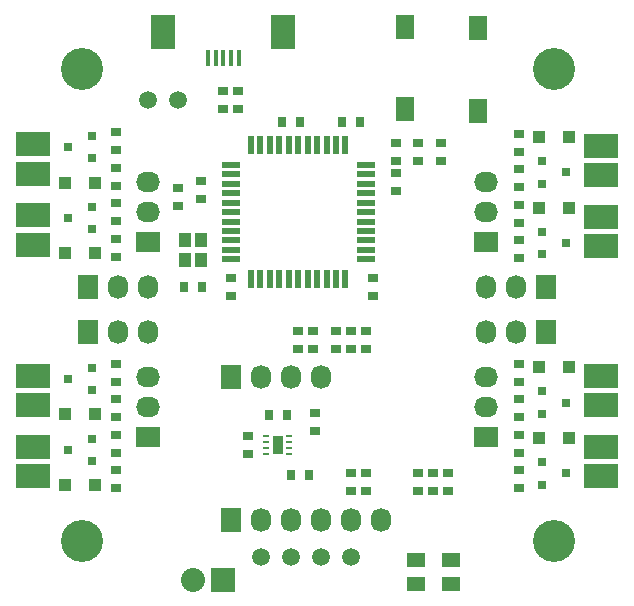
<source format=gts>
G04 #@! TF.FileFunction,Soldermask,Top*
%FSLAX46Y46*%
G04 Gerber Fmt 4.6, Leading zero omitted, Abs format (unit mm)*
G04 Created by KiCad (PCBNEW 4.0.2+dfsg1-2~bpo8+1-stable) date Sat 05 Mar 2016 08:20:57 PM MST*
%MOMM*%
G01*
G04 APERTURE LIST*
%ADD10C,0.100000*%
%ADD11R,0.500000X0.280000*%
%ADD12R,0.900000X1.600000*%
%ADD13R,0.550000X1.500000*%
%ADD14R,1.500000X0.550000*%
%ADD15R,1.727200X2.032000*%
%ADD16O,1.727200X2.032000*%
%ADD17R,2.032000X2.032000*%
%ADD18O,2.032000X2.032000*%
%ADD19R,0.889000X0.635000*%
%ADD20R,1.500000X2.000000*%
%ADD21R,0.635000X0.889000*%
%ADD22R,1.000000X1.000000*%
%ADD23R,1.100000X1.200000*%
%ADD24R,1.500000X1.200000*%
%ADD25C,1.501140*%
%ADD26R,0.800100X0.800100*%
%ADD27R,2.032000X1.727200*%
%ADD28O,2.032000X1.727200*%
%ADD29C,3.556000*%
%ADD30R,0.400000X1.350000*%
%ADD31R,2.000000X3.000000*%
%ADD32R,3.000000X2.000000*%
G04 APERTURE END LIST*
D10*
D11*
X69090000Y-71810000D03*
X69090000Y-72310000D03*
X69090000Y-72810000D03*
X69090000Y-73310000D03*
X71090000Y-73310000D03*
X71090000Y-72810000D03*
X71090000Y-72310000D03*
X71090000Y-71810000D03*
D12*
X70090000Y-72560000D03*
D13*
X75835000Y-47160000D03*
X75035000Y-47160000D03*
X74235000Y-47160000D03*
X73435000Y-47160000D03*
X72635000Y-47160000D03*
X71835000Y-47160000D03*
X71035000Y-47160000D03*
X70235000Y-47160000D03*
X69435000Y-47160000D03*
X68635000Y-47160000D03*
X67835000Y-47160000D03*
D14*
X66135000Y-48860000D03*
X66135000Y-49660000D03*
X66135000Y-50460000D03*
X66135000Y-51260000D03*
X66135000Y-52060000D03*
X66135000Y-52860000D03*
X66135000Y-53660000D03*
X66135000Y-54460000D03*
X66135000Y-55260000D03*
X66135000Y-56060000D03*
X66135000Y-56860000D03*
D13*
X67835000Y-58560000D03*
X68635000Y-58560000D03*
X69435000Y-58560000D03*
X70235000Y-58560000D03*
X71035000Y-58560000D03*
X71835000Y-58560000D03*
X72635000Y-58560000D03*
X73435000Y-58560000D03*
X74235000Y-58560000D03*
X75035000Y-58560000D03*
X75835000Y-58560000D03*
D14*
X77535000Y-56860000D03*
X77535000Y-56060000D03*
X77535000Y-55260000D03*
X77535000Y-54460000D03*
X77535000Y-53660000D03*
X77535000Y-52860000D03*
X77535000Y-52060000D03*
X77535000Y-51260000D03*
X77535000Y-50460000D03*
X77535000Y-49660000D03*
X77535000Y-48860000D03*
D15*
X66120000Y-66830000D03*
D16*
X68660000Y-66830000D03*
X71200000Y-66830000D03*
X73740000Y-66830000D03*
D17*
X65485000Y-83975000D03*
D18*
X62945000Y-83975000D03*
D19*
X56365000Y-56627000D03*
X56365000Y-55103000D03*
D20*
X80841184Y-37162768D03*
X80841184Y-44162768D03*
X87075000Y-44295000D03*
X87075000Y-37295000D03*
D15*
X66120000Y-78895000D03*
D16*
X68660000Y-78895000D03*
X71200000Y-78895000D03*
X73740000Y-78895000D03*
X76280000Y-78895000D03*
X78820000Y-78895000D03*
D19*
X80090000Y-51082000D03*
X80090000Y-49558000D03*
D21*
X77042000Y-45240000D03*
X75518000Y-45240000D03*
D19*
X78185000Y-59972000D03*
X78185000Y-58448000D03*
X66120000Y-58448000D03*
X66120000Y-59972000D03*
X80090000Y-48542000D03*
X80090000Y-47018000D03*
X63580000Y-51717000D03*
X63580000Y-50193000D03*
D22*
X54615000Y-50365000D03*
X52115000Y-50365000D03*
X92250000Y-46500000D03*
X94750000Y-46500000D03*
X92250000Y-71985000D03*
X94750000Y-71985000D03*
X54615000Y-75985000D03*
X52115000Y-75985000D03*
D19*
X56365000Y-50627000D03*
X56365000Y-49103000D03*
X90500000Y-46238000D03*
X90500000Y-47762000D03*
X56365000Y-46103000D03*
X56365000Y-47627000D03*
X90500000Y-50762000D03*
X90500000Y-49238000D03*
X90500000Y-71723000D03*
X90500000Y-73247000D03*
X56365000Y-76247000D03*
X56365000Y-74723000D03*
X90500000Y-76247000D03*
X90500000Y-74723000D03*
X56365000Y-71723000D03*
X56365000Y-73247000D03*
X90500000Y-52238000D03*
X90500000Y-53762000D03*
X81995000Y-47018000D03*
X81995000Y-48542000D03*
X76280000Y-64417000D03*
X76280000Y-62893000D03*
X77550000Y-62893000D03*
X77550000Y-64417000D03*
X75010000Y-62893000D03*
X75010000Y-64417000D03*
X76280000Y-76482000D03*
X76280000Y-74958000D03*
X71835000Y-64417000D03*
X71835000Y-62893000D03*
X83900000Y-48542000D03*
X83900000Y-47018000D03*
X77550000Y-74958000D03*
X77550000Y-76482000D03*
X73105000Y-64417000D03*
X73105000Y-62893000D03*
D23*
X62245000Y-56885000D03*
X62245000Y-55185000D03*
X63645000Y-55185000D03*
X63645000Y-56885000D03*
D21*
X71962000Y-45240000D03*
X70438000Y-45240000D03*
X63707000Y-59210000D03*
X62183000Y-59210000D03*
D19*
X61675000Y-52352000D03*
X61675000Y-50828000D03*
X84535000Y-76482000D03*
X84535000Y-74958000D03*
D24*
X84765000Y-84340000D03*
X84765000Y-82340000D03*
X81765000Y-82340000D03*
X81765000Y-84340000D03*
D19*
X83265000Y-76482000D03*
X83265000Y-74958000D03*
X81995000Y-76482000D03*
X81995000Y-74958000D03*
D25*
X73740000Y-82070000D03*
X71200000Y-82070000D03*
X68660000Y-82070000D03*
X76280000Y-82070000D03*
X59135000Y-43335000D03*
X61675000Y-43335000D03*
D26*
X54365760Y-54315000D03*
X54365760Y-52415000D03*
X52366780Y-53365000D03*
X92499240Y-54550000D03*
X92499240Y-56450000D03*
X94498220Y-55500000D03*
D22*
X54615000Y-56365000D03*
X52115000Y-56365000D03*
X92250000Y-52500000D03*
X94750000Y-52500000D03*
D26*
X54365760Y-48315000D03*
X54365760Y-46415000D03*
X52366780Y-47365000D03*
X92499240Y-48549999D03*
X92499240Y-50449999D03*
X94498220Y-49499999D03*
X92499240Y-74035000D03*
X92499240Y-75935000D03*
X94498220Y-74985000D03*
X54365760Y-73935000D03*
X54365760Y-72035000D03*
X52366780Y-72985000D03*
D19*
X56365000Y-52103000D03*
X56365000Y-53627000D03*
X90500000Y-56762000D03*
X90500000Y-55238000D03*
D22*
X54615000Y-69985000D03*
X52115000Y-69985000D03*
X92250000Y-65985000D03*
X94750000Y-65985000D03*
D26*
X54365760Y-67935000D03*
X54365760Y-66035000D03*
X52366780Y-66985000D03*
X92499240Y-68035000D03*
X92499240Y-69935000D03*
X94498220Y-68985000D03*
D19*
X56365000Y-70247000D03*
X56365000Y-68723000D03*
X90500000Y-65723000D03*
X90500000Y-67247000D03*
X56365000Y-65723000D03*
X56365000Y-67247000D03*
X90500000Y-70247000D03*
X90500000Y-68723000D03*
D27*
X59135000Y-55400000D03*
D28*
X59135000Y-52860000D03*
X59135000Y-50320000D03*
D27*
X87710000Y-55400000D03*
D28*
X87710000Y-52860000D03*
X87710000Y-50320000D03*
D27*
X87710000Y-71910000D03*
D28*
X87710000Y-69370000D03*
X87710000Y-66830000D03*
D27*
X59135000Y-71910000D03*
D28*
X59135000Y-69370000D03*
X59135000Y-66830000D03*
D15*
X54055000Y-59210000D03*
D16*
X56595000Y-59210000D03*
X59135000Y-59210000D03*
D15*
X92790000Y-59210000D03*
D16*
X90250000Y-59210000D03*
X87710000Y-59210000D03*
D15*
X54055000Y-63020000D03*
D16*
X56595000Y-63020000D03*
X59135000Y-63020000D03*
D15*
X92790000Y-63020000D03*
D16*
X90250000Y-63020000D03*
X87710000Y-63020000D03*
D29*
X53500000Y-40730000D03*
X93500000Y-40730000D03*
X93500000Y-80730000D03*
X53500000Y-80730000D03*
D19*
X66755000Y-42573000D03*
X66755000Y-44097000D03*
X65485000Y-42573000D03*
X65485000Y-44097000D03*
D30*
X66800900Y-39792540D03*
X66150900Y-39792540D03*
X65500900Y-39792540D03*
X64850900Y-39792540D03*
X64200900Y-39792540D03*
D31*
X70580000Y-37595000D03*
X60420000Y-37595000D03*
D32*
X97500000Y-66735000D03*
X97500000Y-69235000D03*
X49365000Y-69234999D03*
X49365000Y-66734999D03*
X49365000Y-49615000D03*
X49365000Y-47115000D03*
X97500000Y-47250000D03*
X97500000Y-49750000D03*
X97500000Y-72734999D03*
X97500000Y-75234999D03*
X49365000Y-75235000D03*
X49365000Y-72735000D03*
X49365000Y-55615000D03*
X49365000Y-53115000D03*
X97500000Y-53250000D03*
X97500000Y-55750000D03*
D19*
X67550000Y-73322000D03*
X67550000Y-71798000D03*
D21*
X70852000Y-70020000D03*
X69328000Y-70020000D03*
D19*
X73265000Y-71417000D03*
X73265000Y-69893000D03*
D21*
X71233000Y-75100000D03*
X72757000Y-75100000D03*
M02*

</source>
